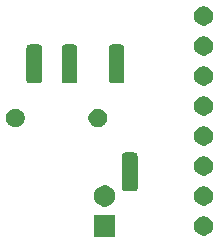
<source format=gbr>
G04 #@! TF.GenerationSoftware,KiCad,Pcbnew,(5.1.5)-3*
G04 #@! TF.CreationDate,2020-12-21T13:09:17+01:00*
G04 #@! TF.ProjectId,epimetheus_adxl345,6570696d-6574-4686-9575-735f6164786c,rev?*
G04 #@! TF.SameCoordinates,Original*
G04 #@! TF.FileFunction,Soldermask,Top*
G04 #@! TF.FilePolarity,Negative*
%FSLAX46Y46*%
G04 Gerber Fmt 4.6, Leading zero omitted, Abs format (unit mm)*
G04 Created by KiCad (PCBNEW (5.1.5)-3) date 2020-12-21 13:09:17*
%MOMM*%
%LPD*%
G04 APERTURE LIST*
%ADD10C,0.100000*%
G04 APERTURE END LIST*
D10*
G36*
X171843000Y-41033000D02*
G01*
X170041000Y-41033000D01*
X170041000Y-39231000D01*
X171843000Y-39231000D01*
X171843000Y-41033000D01*
G37*
G36*
X179561142Y-39350242D02*
G01*
X179709101Y-39411529D01*
X179842255Y-39500499D01*
X179955501Y-39613745D01*
X180044471Y-39746899D01*
X180105758Y-39894858D01*
X180137000Y-40051925D01*
X180137000Y-40212075D01*
X180105758Y-40369142D01*
X180044471Y-40517101D01*
X179955501Y-40650255D01*
X179842255Y-40763501D01*
X179709101Y-40852471D01*
X179561142Y-40913758D01*
X179404075Y-40945000D01*
X179243925Y-40945000D01*
X179086858Y-40913758D01*
X178938899Y-40852471D01*
X178805745Y-40763501D01*
X178692499Y-40650255D01*
X178603529Y-40517101D01*
X178542242Y-40369142D01*
X178511000Y-40212075D01*
X178511000Y-40051925D01*
X178542242Y-39894858D01*
X178603529Y-39746899D01*
X178692499Y-39613745D01*
X178805745Y-39500499D01*
X178938899Y-39411529D01*
X179086858Y-39350242D01*
X179243925Y-39319000D01*
X179404075Y-39319000D01*
X179561142Y-39350242D01*
G37*
G36*
X171055512Y-36695927D02*
G01*
X171204812Y-36725624D01*
X171368784Y-36793544D01*
X171516354Y-36892147D01*
X171641853Y-37017646D01*
X171740456Y-37165216D01*
X171808376Y-37329188D01*
X171843000Y-37503259D01*
X171843000Y-37680741D01*
X171808376Y-37854812D01*
X171740456Y-38018784D01*
X171641853Y-38166354D01*
X171516354Y-38291853D01*
X171368784Y-38390456D01*
X171204812Y-38458376D01*
X171055512Y-38488073D01*
X171030742Y-38493000D01*
X170853258Y-38493000D01*
X170828488Y-38488073D01*
X170679188Y-38458376D01*
X170515216Y-38390456D01*
X170367646Y-38291853D01*
X170242147Y-38166354D01*
X170143544Y-38018784D01*
X170075624Y-37854812D01*
X170041000Y-37680741D01*
X170041000Y-37503259D01*
X170075624Y-37329188D01*
X170143544Y-37165216D01*
X170242147Y-37017646D01*
X170367646Y-36892147D01*
X170515216Y-36793544D01*
X170679188Y-36725624D01*
X170828488Y-36695927D01*
X170853258Y-36691000D01*
X171030742Y-36691000D01*
X171055512Y-36695927D01*
G37*
G36*
X179561142Y-36810242D02*
G01*
X179709101Y-36871529D01*
X179842255Y-36960499D01*
X179955501Y-37073745D01*
X180044471Y-37206899D01*
X180105758Y-37354858D01*
X180137000Y-37511925D01*
X180137000Y-37672075D01*
X180105758Y-37829142D01*
X180044471Y-37977101D01*
X179955501Y-38110255D01*
X179842255Y-38223501D01*
X179709101Y-38312471D01*
X179561142Y-38373758D01*
X179404075Y-38405000D01*
X179243925Y-38405000D01*
X179086858Y-38373758D01*
X178938899Y-38312471D01*
X178805745Y-38223501D01*
X178692499Y-38110255D01*
X178603529Y-37977101D01*
X178542242Y-37829142D01*
X178511000Y-37672075D01*
X178511000Y-37511925D01*
X178542242Y-37354858D01*
X178603529Y-37206899D01*
X178692499Y-37073745D01*
X178805745Y-36960499D01*
X178938899Y-36871529D01*
X179086858Y-36810242D01*
X179243925Y-36779000D01*
X179404075Y-36779000D01*
X179561142Y-36810242D01*
G37*
G36*
X173512192Y-33914646D02*
G01*
X173561414Y-33929578D01*
X173606778Y-33953826D01*
X173646542Y-33986458D01*
X173679174Y-34026222D01*
X173703422Y-34071586D01*
X173718354Y-34120808D01*
X173724000Y-34178140D01*
X173724000Y-36941860D01*
X173718354Y-36999192D01*
X173703422Y-37048414D01*
X173679174Y-37093778D01*
X173646542Y-37133542D01*
X173606778Y-37166174D01*
X173561414Y-37190422D01*
X173512192Y-37205354D01*
X173454860Y-37211000D01*
X172691140Y-37211000D01*
X172633808Y-37205354D01*
X172584586Y-37190422D01*
X172539222Y-37166174D01*
X172499458Y-37133542D01*
X172466826Y-37093778D01*
X172442578Y-37048414D01*
X172427646Y-36999192D01*
X172422000Y-36941860D01*
X172422000Y-34178140D01*
X172427646Y-34120808D01*
X172442578Y-34071586D01*
X172466826Y-34026222D01*
X172499458Y-33986458D01*
X172539222Y-33953826D01*
X172584586Y-33929578D01*
X172633808Y-33914646D01*
X172691140Y-33909000D01*
X173454860Y-33909000D01*
X173512192Y-33914646D01*
G37*
G36*
X179561142Y-34270242D02*
G01*
X179709101Y-34331529D01*
X179842255Y-34420499D01*
X179955501Y-34533745D01*
X180044471Y-34666899D01*
X180105758Y-34814858D01*
X180137000Y-34971925D01*
X180137000Y-35132075D01*
X180105758Y-35289142D01*
X180044471Y-35437101D01*
X179955501Y-35570255D01*
X179842255Y-35683501D01*
X179709101Y-35772471D01*
X179561142Y-35833758D01*
X179404075Y-35865000D01*
X179243925Y-35865000D01*
X179086858Y-35833758D01*
X178938899Y-35772471D01*
X178805745Y-35683501D01*
X178692499Y-35570255D01*
X178603529Y-35437101D01*
X178542242Y-35289142D01*
X178511000Y-35132075D01*
X178511000Y-34971925D01*
X178542242Y-34814858D01*
X178603529Y-34666899D01*
X178692499Y-34533745D01*
X178805745Y-34420499D01*
X178938899Y-34331529D01*
X179086858Y-34270242D01*
X179243925Y-34239000D01*
X179404075Y-34239000D01*
X179561142Y-34270242D01*
G37*
G36*
X179561142Y-31730242D02*
G01*
X179709101Y-31791529D01*
X179842255Y-31880499D01*
X179955501Y-31993745D01*
X180044471Y-32126899D01*
X180105758Y-32274858D01*
X180137000Y-32431925D01*
X180137000Y-32592075D01*
X180105758Y-32749142D01*
X180044471Y-32897101D01*
X179955501Y-33030255D01*
X179842255Y-33143501D01*
X179709101Y-33232471D01*
X179561142Y-33293758D01*
X179404075Y-33325000D01*
X179243925Y-33325000D01*
X179086858Y-33293758D01*
X178938899Y-33232471D01*
X178805745Y-33143501D01*
X178692499Y-33030255D01*
X178603529Y-32897101D01*
X178542242Y-32749142D01*
X178511000Y-32592075D01*
X178511000Y-32431925D01*
X178542242Y-32274858D01*
X178603529Y-32126899D01*
X178692499Y-31993745D01*
X178805745Y-31880499D01*
X178938899Y-31791529D01*
X179086858Y-31730242D01*
X179243925Y-31699000D01*
X179404075Y-31699000D01*
X179561142Y-31730242D01*
G37*
G36*
X163606642Y-30217781D02*
G01*
X163752414Y-30278162D01*
X163752416Y-30278163D01*
X163883608Y-30365822D01*
X163995178Y-30477392D01*
X164082837Y-30608584D01*
X164082838Y-30608586D01*
X164143219Y-30754358D01*
X164174000Y-30909107D01*
X164174000Y-31066893D01*
X164143219Y-31221642D01*
X164082838Y-31367414D01*
X164082837Y-31367416D01*
X163995178Y-31498608D01*
X163883608Y-31610178D01*
X163752416Y-31697837D01*
X163752415Y-31697838D01*
X163752414Y-31697838D01*
X163606642Y-31758219D01*
X163451893Y-31789000D01*
X163294107Y-31789000D01*
X163139358Y-31758219D01*
X162993586Y-31697838D01*
X162993585Y-31697838D01*
X162993584Y-31697837D01*
X162862392Y-31610178D01*
X162750822Y-31498608D01*
X162663163Y-31367416D01*
X162663162Y-31367414D01*
X162602781Y-31221642D01*
X162572000Y-31066893D01*
X162572000Y-30909107D01*
X162602781Y-30754358D01*
X162663162Y-30608586D01*
X162663163Y-30608584D01*
X162750822Y-30477392D01*
X162862392Y-30365822D01*
X162993584Y-30278163D01*
X162993586Y-30278162D01*
X163139358Y-30217781D01*
X163294107Y-30187000D01*
X163451893Y-30187000D01*
X163606642Y-30217781D01*
G37*
G36*
X170606642Y-30217781D02*
G01*
X170752414Y-30278162D01*
X170752416Y-30278163D01*
X170883608Y-30365822D01*
X170995178Y-30477392D01*
X171082837Y-30608584D01*
X171082838Y-30608586D01*
X171143219Y-30754358D01*
X171174000Y-30909107D01*
X171174000Y-31066893D01*
X171143219Y-31221642D01*
X171082838Y-31367414D01*
X171082837Y-31367416D01*
X170995178Y-31498608D01*
X170883608Y-31610178D01*
X170752416Y-31697837D01*
X170752415Y-31697838D01*
X170752414Y-31697838D01*
X170606642Y-31758219D01*
X170451893Y-31789000D01*
X170294107Y-31789000D01*
X170139358Y-31758219D01*
X169993586Y-31697838D01*
X169993585Y-31697838D01*
X169993584Y-31697837D01*
X169862392Y-31610178D01*
X169750822Y-31498608D01*
X169663163Y-31367416D01*
X169663162Y-31367414D01*
X169602781Y-31221642D01*
X169572000Y-31066893D01*
X169572000Y-30909107D01*
X169602781Y-30754358D01*
X169663162Y-30608586D01*
X169663163Y-30608584D01*
X169750822Y-30477392D01*
X169862392Y-30365822D01*
X169993584Y-30278163D01*
X169993586Y-30278162D01*
X170139358Y-30217781D01*
X170294107Y-30187000D01*
X170451893Y-30187000D01*
X170606642Y-30217781D01*
G37*
G36*
X179561142Y-29190242D02*
G01*
X179709101Y-29251529D01*
X179842255Y-29340499D01*
X179955501Y-29453745D01*
X180044471Y-29586899D01*
X180105758Y-29734858D01*
X180137000Y-29891925D01*
X180137000Y-30052075D01*
X180105758Y-30209142D01*
X180044471Y-30357101D01*
X179955501Y-30490255D01*
X179842255Y-30603501D01*
X179709101Y-30692471D01*
X179561142Y-30753758D01*
X179404075Y-30785000D01*
X179243925Y-30785000D01*
X179086858Y-30753758D01*
X178938899Y-30692471D01*
X178805745Y-30603501D01*
X178692499Y-30490255D01*
X178603529Y-30357101D01*
X178542242Y-30209142D01*
X178511000Y-30052075D01*
X178511000Y-29891925D01*
X178542242Y-29734858D01*
X178603529Y-29586899D01*
X178692499Y-29453745D01*
X178805745Y-29340499D01*
X178938899Y-29251529D01*
X179086858Y-29190242D01*
X179243925Y-29159000D01*
X179404075Y-29159000D01*
X179561142Y-29190242D01*
G37*
G36*
X179561142Y-26650242D02*
G01*
X179709101Y-26711529D01*
X179842255Y-26800499D01*
X179955501Y-26913745D01*
X180044471Y-27046899D01*
X180105758Y-27194858D01*
X180137000Y-27351925D01*
X180137000Y-27512075D01*
X180105758Y-27669142D01*
X180044471Y-27817101D01*
X179955501Y-27950255D01*
X179842255Y-28063501D01*
X179709101Y-28152471D01*
X179561142Y-28213758D01*
X179404075Y-28245000D01*
X179243925Y-28245000D01*
X179086858Y-28213758D01*
X178938899Y-28152471D01*
X178805745Y-28063501D01*
X178692499Y-27950255D01*
X178603529Y-27817101D01*
X178542242Y-27669142D01*
X178511000Y-27512075D01*
X178511000Y-27351925D01*
X178542242Y-27194858D01*
X178603529Y-27046899D01*
X178692499Y-26913745D01*
X178805745Y-26800499D01*
X178938899Y-26711529D01*
X179086858Y-26650242D01*
X179243925Y-26619000D01*
X179404075Y-26619000D01*
X179561142Y-26650242D01*
G37*
G36*
X165412192Y-24770646D02*
G01*
X165461414Y-24785578D01*
X165506778Y-24809826D01*
X165546542Y-24842458D01*
X165579174Y-24882222D01*
X165603422Y-24927586D01*
X165618354Y-24976808D01*
X165624000Y-25034140D01*
X165624000Y-27797860D01*
X165618354Y-27855192D01*
X165603422Y-27904414D01*
X165579174Y-27949778D01*
X165546542Y-27989542D01*
X165506778Y-28022174D01*
X165461414Y-28046422D01*
X165412192Y-28061354D01*
X165354860Y-28067000D01*
X164591140Y-28067000D01*
X164533808Y-28061354D01*
X164484586Y-28046422D01*
X164439222Y-28022174D01*
X164399458Y-27989542D01*
X164366826Y-27949778D01*
X164342578Y-27904414D01*
X164327646Y-27855192D01*
X164322000Y-27797860D01*
X164322000Y-25034140D01*
X164327646Y-24976808D01*
X164342578Y-24927586D01*
X164366826Y-24882222D01*
X164399458Y-24842458D01*
X164439222Y-24809826D01*
X164484586Y-24785578D01*
X164533808Y-24770646D01*
X164591140Y-24765000D01*
X165354860Y-24765000D01*
X165412192Y-24770646D01*
G37*
G36*
X168412192Y-24770646D02*
G01*
X168461414Y-24785578D01*
X168506778Y-24809826D01*
X168546542Y-24842458D01*
X168579174Y-24882222D01*
X168603422Y-24927586D01*
X168618354Y-24976808D01*
X168624000Y-25034140D01*
X168624000Y-27797860D01*
X168618354Y-27855192D01*
X168603422Y-27904414D01*
X168579174Y-27949778D01*
X168546542Y-27989542D01*
X168506778Y-28022174D01*
X168461414Y-28046422D01*
X168412192Y-28061354D01*
X168354860Y-28067000D01*
X167591140Y-28067000D01*
X167533808Y-28061354D01*
X167484586Y-28046422D01*
X167439222Y-28022174D01*
X167399458Y-27989542D01*
X167366826Y-27949778D01*
X167342578Y-27904414D01*
X167327646Y-27855192D01*
X167322000Y-27797860D01*
X167322000Y-25034140D01*
X167327646Y-24976808D01*
X167342578Y-24927586D01*
X167366826Y-24882222D01*
X167399458Y-24842458D01*
X167439222Y-24809826D01*
X167484586Y-24785578D01*
X167533808Y-24770646D01*
X167591140Y-24765000D01*
X168354860Y-24765000D01*
X168412192Y-24770646D01*
G37*
G36*
X172397192Y-24770646D02*
G01*
X172446414Y-24785578D01*
X172491778Y-24809826D01*
X172531542Y-24842458D01*
X172564174Y-24882222D01*
X172588422Y-24927586D01*
X172603354Y-24976808D01*
X172609000Y-25034140D01*
X172609000Y-27797860D01*
X172603354Y-27855192D01*
X172588422Y-27904414D01*
X172564174Y-27949778D01*
X172531542Y-27989542D01*
X172491778Y-28022174D01*
X172446414Y-28046422D01*
X172397192Y-28061354D01*
X172339860Y-28067000D01*
X171576140Y-28067000D01*
X171518808Y-28061354D01*
X171469586Y-28046422D01*
X171424222Y-28022174D01*
X171384458Y-27989542D01*
X171351826Y-27949778D01*
X171327578Y-27904414D01*
X171312646Y-27855192D01*
X171307000Y-27797860D01*
X171307000Y-25034140D01*
X171312646Y-24976808D01*
X171327578Y-24927586D01*
X171351826Y-24882222D01*
X171384458Y-24842458D01*
X171424222Y-24809826D01*
X171469586Y-24785578D01*
X171518808Y-24770646D01*
X171576140Y-24765000D01*
X172339860Y-24765000D01*
X172397192Y-24770646D01*
G37*
G36*
X179561142Y-24110242D02*
G01*
X179709101Y-24171529D01*
X179842255Y-24260499D01*
X179955501Y-24373745D01*
X180044471Y-24506899D01*
X180105758Y-24654858D01*
X180137000Y-24811925D01*
X180137000Y-24972075D01*
X180105758Y-25129142D01*
X180044471Y-25277101D01*
X179955501Y-25410255D01*
X179842255Y-25523501D01*
X179709101Y-25612471D01*
X179561142Y-25673758D01*
X179404075Y-25705000D01*
X179243925Y-25705000D01*
X179086858Y-25673758D01*
X178938899Y-25612471D01*
X178805745Y-25523501D01*
X178692499Y-25410255D01*
X178603529Y-25277101D01*
X178542242Y-25129142D01*
X178511000Y-24972075D01*
X178511000Y-24811925D01*
X178542242Y-24654858D01*
X178603529Y-24506899D01*
X178692499Y-24373745D01*
X178805745Y-24260499D01*
X178938899Y-24171529D01*
X179086858Y-24110242D01*
X179243925Y-24079000D01*
X179404075Y-24079000D01*
X179561142Y-24110242D01*
G37*
G36*
X179561142Y-21570242D02*
G01*
X179709101Y-21631529D01*
X179842255Y-21720499D01*
X179955501Y-21833745D01*
X180044471Y-21966899D01*
X180105758Y-22114858D01*
X180137000Y-22271925D01*
X180137000Y-22432075D01*
X180105758Y-22589142D01*
X180044471Y-22737101D01*
X179955501Y-22870255D01*
X179842255Y-22983501D01*
X179709101Y-23072471D01*
X179561142Y-23133758D01*
X179404075Y-23165000D01*
X179243925Y-23165000D01*
X179086858Y-23133758D01*
X178938899Y-23072471D01*
X178805745Y-22983501D01*
X178692499Y-22870255D01*
X178603529Y-22737101D01*
X178542242Y-22589142D01*
X178511000Y-22432075D01*
X178511000Y-22271925D01*
X178542242Y-22114858D01*
X178603529Y-21966899D01*
X178692499Y-21833745D01*
X178805745Y-21720499D01*
X178938899Y-21631529D01*
X179086858Y-21570242D01*
X179243925Y-21539000D01*
X179404075Y-21539000D01*
X179561142Y-21570242D01*
G37*
M02*

</source>
